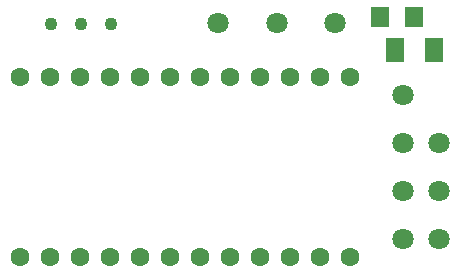
<source format=gts>
G04 (created by PCBNEW (22-Jun-2014 BZR 4027)-stable) date Sat 18 Feb 2017 18:36:52 GMT*
%MOIN*%
G04 Gerber Fmt 3.4, Leading zero omitted, Abs format*
%FSLAX34Y34*%
G01*
G70*
G90*
G04 APERTURE LIST*
%ADD10C,0.00590551*%
%ADD11C,0.0629921*%
%ADD12C,0.0433071*%
%ADD13C,0.0708661*%
%ADD14R,0.06X0.08*%
%ADD15R,0.0629X0.0709*%
G04 APERTURE END LIST*
G54D10*
G54D11*
X90650Y-62100D03*
X89650Y-62100D03*
X90650Y-56100D03*
X88650Y-62100D03*
X87650Y-62100D03*
X86650Y-62100D03*
X85650Y-62100D03*
X84650Y-62100D03*
X83650Y-62100D03*
X82650Y-62100D03*
X81650Y-62100D03*
X80650Y-62100D03*
X79650Y-62100D03*
X89650Y-56100D03*
X88650Y-56100D03*
X87650Y-56100D03*
X86650Y-56100D03*
X85650Y-56100D03*
X84650Y-56100D03*
X83650Y-56100D03*
X82650Y-56100D03*
X81650Y-56100D03*
X80650Y-56100D03*
X79650Y-56100D03*
G54D12*
X81675Y-54325D03*
X80675Y-54325D03*
X82675Y-54325D03*
G54D13*
X90150Y-54300D03*
X88200Y-54300D03*
X86250Y-54300D03*
G54D14*
X93450Y-55200D03*
X92150Y-55200D03*
G54D15*
X92759Y-54100D03*
X91641Y-54100D03*
G54D13*
X92400Y-61500D03*
X92400Y-59900D03*
X92400Y-58300D03*
X92400Y-56700D03*
X93600Y-59900D03*
X93600Y-58300D03*
X93600Y-61500D03*
M02*

</source>
